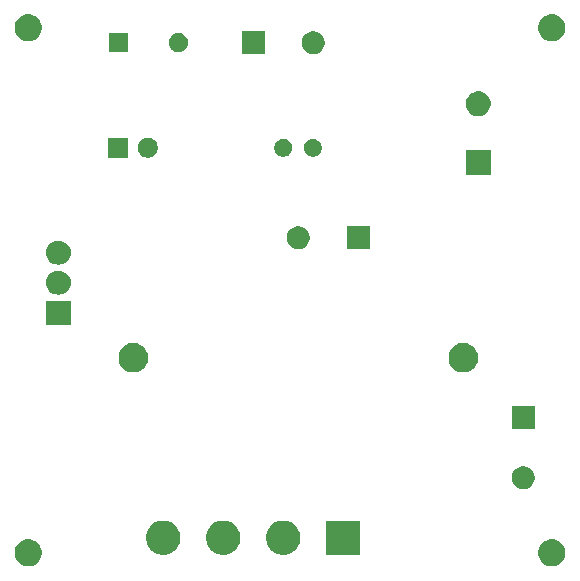
<source format=gbr>
%TF.GenerationSoftware,KiCad,Pcbnew,5.1.5-1.fc31*%
%TF.CreationDate,2020-04-07T08:28:03+02:00*%
%TF.ProjectId,zasilacz,7a617369-6c61-4637-9a2e-6b696361645f,1.0*%
%TF.SameCoordinates,Original*%
%TF.FileFunction,Soldermask,Top*%
%TF.FilePolarity,Negative*%
%FSLAX46Y46*%
G04 Gerber Fmt 4.6, Leading zero omitted, Abs format (unit mm)*
G04 Created by KiCad (PCBNEW 5.1.5-1.fc31) date 2020-04-07 08:28:03*
%MOMM*%
%LPD*%
G04 APERTURE LIST*
%ADD10C,0.150000*%
G04 APERTURE END LIST*
D10*
G36*
X110714549Y-109361116D02*
G01*
X110825734Y-109383232D01*
X111035203Y-109469997D01*
X111223720Y-109595960D01*
X111384040Y-109756280D01*
X111510003Y-109944797D01*
X111596768Y-110154266D01*
X111641000Y-110376636D01*
X111641000Y-110603364D01*
X111596768Y-110825734D01*
X111510003Y-111035203D01*
X111384040Y-111223720D01*
X111223720Y-111384040D01*
X111035203Y-111510003D01*
X110825734Y-111596768D01*
X110714549Y-111618884D01*
X110603365Y-111641000D01*
X110376635Y-111641000D01*
X110265451Y-111618884D01*
X110154266Y-111596768D01*
X109944797Y-111510003D01*
X109756280Y-111384040D01*
X109595960Y-111223720D01*
X109469997Y-111035203D01*
X109383232Y-110825734D01*
X109339000Y-110603364D01*
X109339000Y-110376636D01*
X109383232Y-110154266D01*
X109469997Y-109944797D01*
X109595960Y-109756280D01*
X109756280Y-109595960D01*
X109944797Y-109469997D01*
X110154266Y-109383232D01*
X110265451Y-109361116D01*
X110376635Y-109339000D01*
X110603365Y-109339000D01*
X110714549Y-109361116D01*
G37*
G36*
X155037549Y-109361116D02*
G01*
X155148734Y-109383232D01*
X155358203Y-109469997D01*
X155546720Y-109595960D01*
X155707040Y-109756280D01*
X155833003Y-109944797D01*
X155919768Y-110154266D01*
X155964000Y-110376636D01*
X155964000Y-110603364D01*
X155919768Y-110825734D01*
X155833003Y-111035203D01*
X155707040Y-111223720D01*
X155546720Y-111384040D01*
X155358203Y-111510003D01*
X155148734Y-111596768D01*
X155037549Y-111618884D01*
X154926365Y-111641000D01*
X154699635Y-111641000D01*
X154588451Y-111618884D01*
X154477266Y-111596768D01*
X154267797Y-111510003D01*
X154079280Y-111384040D01*
X153918960Y-111223720D01*
X153792997Y-111035203D01*
X153706232Y-110825734D01*
X153662000Y-110603364D01*
X153662000Y-110376636D01*
X153706232Y-110154266D01*
X153792997Y-109944797D01*
X153918960Y-109756280D01*
X154079280Y-109595960D01*
X154267797Y-109469997D01*
X154477266Y-109383232D01*
X154588451Y-109361116D01*
X154699635Y-109339000D01*
X154926365Y-109339000D01*
X155037549Y-109361116D01*
G37*
G36*
X127423241Y-107824760D02*
G01*
X127687305Y-107934139D01*
X127924958Y-108092934D01*
X128127066Y-108295042D01*
X128285861Y-108532695D01*
X128395240Y-108796759D01*
X128451000Y-109077088D01*
X128451000Y-109362912D01*
X128395240Y-109643241D01*
X128285861Y-109907305D01*
X128127066Y-110144958D01*
X127924958Y-110347066D01*
X127687305Y-110505861D01*
X127423241Y-110615240D01*
X127142912Y-110671000D01*
X126857088Y-110671000D01*
X126576759Y-110615240D01*
X126312695Y-110505861D01*
X126075042Y-110347066D01*
X125872934Y-110144958D01*
X125714139Y-109907305D01*
X125604760Y-109643241D01*
X125549000Y-109362912D01*
X125549000Y-109077088D01*
X125604760Y-108796759D01*
X125714139Y-108532695D01*
X125872934Y-108295042D01*
X126075042Y-108092934D01*
X126312695Y-107934139D01*
X126576759Y-107824760D01*
X126857088Y-107769000D01*
X127142912Y-107769000D01*
X127423241Y-107824760D01*
G37*
G36*
X138611000Y-110671000D02*
G01*
X135709000Y-110671000D01*
X135709000Y-107769000D01*
X138611000Y-107769000D01*
X138611000Y-110671000D01*
G37*
G36*
X122343241Y-107824760D02*
G01*
X122607305Y-107934139D01*
X122844958Y-108092934D01*
X123047066Y-108295042D01*
X123205861Y-108532695D01*
X123315240Y-108796759D01*
X123371000Y-109077088D01*
X123371000Y-109362912D01*
X123315240Y-109643241D01*
X123205861Y-109907305D01*
X123047066Y-110144958D01*
X122844958Y-110347066D01*
X122607305Y-110505861D01*
X122343241Y-110615240D01*
X122062912Y-110671000D01*
X121777088Y-110671000D01*
X121496759Y-110615240D01*
X121232695Y-110505861D01*
X120995042Y-110347066D01*
X120792934Y-110144958D01*
X120634139Y-109907305D01*
X120524760Y-109643241D01*
X120469000Y-109362912D01*
X120469000Y-109077088D01*
X120524760Y-108796759D01*
X120634139Y-108532695D01*
X120792934Y-108295042D01*
X120995042Y-108092934D01*
X121232695Y-107934139D01*
X121496759Y-107824760D01*
X121777088Y-107769000D01*
X122062912Y-107769000D01*
X122343241Y-107824760D01*
G37*
G36*
X132503241Y-107824760D02*
G01*
X132767305Y-107934139D01*
X133004958Y-108092934D01*
X133207066Y-108295042D01*
X133365861Y-108532695D01*
X133475240Y-108796759D01*
X133531000Y-109077088D01*
X133531000Y-109362912D01*
X133475240Y-109643241D01*
X133365861Y-109907305D01*
X133207066Y-110144958D01*
X133004958Y-110347066D01*
X132767305Y-110505861D01*
X132503241Y-110615240D01*
X132222912Y-110671000D01*
X131937088Y-110671000D01*
X131656759Y-110615240D01*
X131392695Y-110505861D01*
X131155042Y-110347066D01*
X130952934Y-110144958D01*
X130794139Y-109907305D01*
X130684760Y-109643241D01*
X130629000Y-109362912D01*
X130629000Y-109077088D01*
X130684760Y-108796759D01*
X130794139Y-108532695D01*
X130952934Y-108295042D01*
X131155042Y-108092934D01*
X131392695Y-107934139D01*
X131656759Y-107824760D01*
X131937088Y-107769000D01*
X132222912Y-107769000D01*
X132503241Y-107824760D01*
G37*
G36*
X152680897Y-103214007D02*
G01*
X152856152Y-103286600D01*
X153013877Y-103391989D01*
X153148011Y-103526123D01*
X153253400Y-103683848D01*
X153325993Y-103859103D01*
X153363000Y-104045153D01*
X153363000Y-104234847D01*
X153325993Y-104420897D01*
X153253400Y-104596152D01*
X153148011Y-104753877D01*
X153013877Y-104888011D01*
X152856152Y-104993400D01*
X152680897Y-105065993D01*
X152494847Y-105103000D01*
X152305153Y-105103000D01*
X152119103Y-105065993D01*
X151943848Y-104993400D01*
X151786123Y-104888011D01*
X151651989Y-104753877D01*
X151546600Y-104596152D01*
X151474007Y-104420897D01*
X151437000Y-104234847D01*
X151437000Y-104045153D01*
X151474007Y-103859103D01*
X151546600Y-103683848D01*
X151651989Y-103526123D01*
X151786123Y-103391989D01*
X151943848Y-103286600D01*
X152119103Y-103214007D01*
X152305153Y-103177000D01*
X152494847Y-103177000D01*
X152680897Y-103214007D01*
G37*
G36*
X153363000Y-100023000D02*
G01*
X151437000Y-100023000D01*
X151437000Y-98097000D01*
X153363000Y-98097000D01*
X153363000Y-100023000D01*
G37*
G36*
X147684903Y-92777075D02*
G01*
X147912571Y-92871378D01*
X148117466Y-93008285D01*
X148291715Y-93182534D01*
X148428622Y-93387429D01*
X148522925Y-93615097D01*
X148571000Y-93856787D01*
X148571000Y-94103213D01*
X148522925Y-94344903D01*
X148428622Y-94572571D01*
X148291715Y-94777466D01*
X148117466Y-94951715D01*
X147912571Y-95088622D01*
X147912570Y-95088623D01*
X147912569Y-95088623D01*
X147684903Y-95182925D01*
X147443214Y-95231000D01*
X147196786Y-95231000D01*
X146955097Y-95182925D01*
X146727431Y-95088623D01*
X146727430Y-95088623D01*
X146727429Y-95088622D01*
X146522534Y-94951715D01*
X146348285Y-94777466D01*
X146211378Y-94572571D01*
X146117075Y-94344903D01*
X146069000Y-94103213D01*
X146069000Y-93856787D01*
X146117075Y-93615097D01*
X146211378Y-93387429D01*
X146348285Y-93182534D01*
X146522534Y-93008285D01*
X146727429Y-92871378D01*
X146955097Y-92777075D01*
X147196786Y-92729000D01*
X147443214Y-92729000D01*
X147684903Y-92777075D01*
G37*
G36*
X119744903Y-92777075D02*
G01*
X119972571Y-92871378D01*
X120177466Y-93008285D01*
X120351715Y-93182534D01*
X120488622Y-93387429D01*
X120582925Y-93615097D01*
X120631000Y-93856787D01*
X120631000Y-94103213D01*
X120582925Y-94344903D01*
X120488622Y-94572571D01*
X120351715Y-94777466D01*
X120177466Y-94951715D01*
X119972571Y-95088622D01*
X119972570Y-95088623D01*
X119972569Y-95088623D01*
X119744903Y-95182925D01*
X119503214Y-95231000D01*
X119256786Y-95231000D01*
X119015097Y-95182925D01*
X118787431Y-95088623D01*
X118787430Y-95088623D01*
X118787429Y-95088622D01*
X118582534Y-94951715D01*
X118408285Y-94777466D01*
X118271378Y-94572571D01*
X118177075Y-94344903D01*
X118129000Y-94103213D01*
X118129000Y-93856787D01*
X118177075Y-93615097D01*
X118271378Y-93387429D01*
X118408285Y-93182534D01*
X118582534Y-93008285D01*
X118787429Y-92871378D01*
X119015097Y-92777075D01*
X119256786Y-92729000D01*
X119503214Y-92729000D01*
X119744903Y-92777075D01*
G37*
G36*
X114081000Y-91173500D02*
G01*
X111979000Y-91173500D01*
X111979000Y-89166500D01*
X114081000Y-89166500D01*
X114081000Y-91173500D01*
G37*
G36*
X113175936Y-86631340D02*
G01*
X113274220Y-86641020D01*
X113463381Y-86698401D01*
X113637712Y-86791583D01*
X113790515Y-86916985D01*
X113915917Y-87069788D01*
X114009099Y-87244119D01*
X114066480Y-87433280D01*
X114085855Y-87630000D01*
X114066480Y-87826720D01*
X114009099Y-88015881D01*
X113915917Y-88190212D01*
X113790515Y-88343015D01*
X113637712Y-88468417D01*
X113463381Y-88561599D01*
X113274220Y-88618980D01*
X113175936Y-88628660D01*
X113126795Y-88633500D01*
X112933205Y-88633500D01*
X112884064Y-88628660D01*
X112785780Y-88618980D01*
X112596619Y-88561599D01*
X112422288Y-88468417D01*
X112269485Y-88343015D01*
X112144083Y-88190212D01*
X112050901Y-88015881D01*
X111993520Y-87826720D01*
X111974145Y-87630000D01*
X111993520Y-87433280D01*
X112050901Y-87244119D01*
X112144083Y-87069788D01*
X112269485Y-86916985D01*
X112422288Y-86791583D01*
X112596619Y-86698401D01*
X112785780Y-86641020D01*
X112884064Y-86631340D01*
X112933205Y-86626500D01*
X113126795Y-86626500D01*
X113175936Y-86631340D01*
G37*
G36*
X113175936Y-84091340D02*
G01*
X113274220Y-84101020D01*
X113463381Y-84158401D01*
X113637712Y-84251583D01*
X113790515Y-84376985D01*
X113915917Y-84529788D01*
X114009099Y-84704119D01*
X114066480Y-84893280D01*
X114085855Y-85090000D01*
X114066480Y-85286720D01*
X114009099Y-85475881D01*
X113915917Y-85650212D01*
X113790515Y-85803015D01*
X113637712Y-85928417D01*
X113463381Y-86021599D01*
X113274220Y-86078980D01*
X113175936Y-86088660D01*
X113126795Y-86093500D01*
X112933205Y-86093500D01*
X112884064Y-86088660D01*
X112785780Y-86078980D01*
X112596619Y-86021599D01*
X112422288Y-85928417D01*
X112269485Y-85803015D01*
X112144083Y-85650212D01*
X112050901Y-85475881D01*
X111993520Y-85286720D01*
X111974145Y-85090000D01*
X111993520Y-84893280D01*
X112050901Y-84704119D01*
X112144083Y-84529788D01*
X112269485Y-84376985D01*
X112422288Y-84251583D01*
X112596619Y-84158401D01*
X112785780Y-84101020D01*
X112884064Y-84091340D01*
X112933205Y-84086500D01*
X113126795Y-84086500D01*
X113175936Y-84091340D01*
G37*
G36*
X139393000Y-84783000D02*
G01*
X137467000Y-84783000D01*
X137467000Y-82857000D01*
X139393000Y-82857000D01*
X139393000Y-84783000D01*
G37*
G36*
X133630897Y-82894007D02*
G01*
X133806152Y-82966600D01*
X133963877Y-83071989D01*
X134098011Y-83206123D01*
X134203400Y-83363848D01*
X134275993Y-83539103D01*
X134313000Y-83725153D01*
X134313000Y-83914847D01*
X134275993Y-84100897D01*
X134203400Y-84276152D01*
X134098011Y-84433877D01*
X133963877Y-84568011D01*
X133806152Y-84673400D01*
X133630897Y-84745993D01*
X133444847Y-84783000D01*
X133255153Y-84783000D01*
X133069103Y-84745993D01*
X132893848Y-84673400D01*
X132736123Y-84568011D01*
X132601989Y-84433877D01*
X132496600Y-84276152D01*
X132424007Y-84100897D01*
X132387000Y-83914847D01*
X132387000Y-83725153D01*
X132424007Y-83539103D01*
X132496600Y-83363848D01*
X132601989Y-83206123D01*
X132736123Y-83071989D01*
X132893848Y-82966600D01*
X133069103Y-82894007D01*
X133255153Y-82857000D01*
X133444847Y-82857000D01*
X133630897Y-82894007D01*
G37*
G36*
X149641000Y-78521000D02*
G01*
X147539000Y-78521000D01*
X147539000Y-76419000D01*
X149641000Y-76419000D01*
X149641000Y-78521000D01*
G37*
G36*
X120858228Y-75381703D02*
G01*
X121013100Y-75445853D01*
X121152481Y-75538985D01*
X121271015Y-75657519D01*
X121364147Y-75796900D01*
X121428297Y-75951772D01*
X121461000Y-76116184D01*
X121461000Y-76283816D01*
X121428297Y-76448228D01*
X121364147Y-76603100D01*
X121271015Y-76742481D01*
X121152481Y-76861015D01*
X121013100Y-76954147D01*
X120858228Y-77018297D01*
X120693816Y-77051000D01*
X120526184Y-77051000D01*
X120361772Y-77018297D01*
X120206900Y-76954147D01*
X120067519Y-76861015D01*
X119948985Y-76742481D01*
X119855853Y-76603100D01*
X119791703Y-76448228D01*
X119759000Y-76283816D01*
X119759000Y-76116184D01*
X119791703Y-75951772D01*
X119855853Y-75796900D01*
X119948985Y-75657519D01*
X120067519Y-75538985D01*
X120206900Y-75445853D01*
X120361772Y-75381703D01*
X120526184Y-75349000D01*
X120693816Y-75349000D01*
X120858228Y-75381703D01*
G37*
G36*
X118961000Y-77051000D02*
G01*
X117259000Y-77051000D01*
X117259000Y-75349000D01*
X118961000Y-75349000D01*
X118961000Y-77051000D01*
G37*
G36*
X132299059Y-75477860D02*
G01*
X132435732Y-75534472D01*
X132558735Y-75616660D01*
X132663340Y-75721265D01*
X132745528Y-75844268D01*
X132802140Y-75980941D01*
X132831000Y-76126033D01*
X132831000Y-76273967D01*
X132802140Y-76419059D01*
X132745528Y-76555732D01*
X132663340Y-76678735D01*
X132558735Y-76783340D01*
X132435732Y-76865528D01*
X132435731Y-76865529D01*
X132435730Y-76865529D01*
X132299059Y-76922140D01*
X132153968Y-76951000D01*
X132006032Y-76951000D01*
X131860941Y-76922140D01*
X131724270Y-76865529D01*
X131724269Y-76865529D01*
X131724268Y-76865528D01*
X131601265Y-76783340D01*
X131496660Y-76678735D01*
X131414472Y-76555732D01*
X131357860Y-76419059D01*
X131329000Y-76273967D01*
X131329000Y-76126033D01*
X131357860Y-75980941D01*
X131414472Y-75844268D01*
X131496660Y-75721265D01*
X131601265Y-75616660D01*
X131724268Y-75534472D01*
X131860941Y-75477860D01*
X132006032Y-75449000D01*
X132153968Y-75449000D01*
X132299059Y-75477860D01*
G37*
G36*
X134799059Y-75477860D02*
G01*
X134935732Y-75534472D01*
X135058735Y-75616660D01*
X135163340Y-75721265D01*
X135245528Y-75844268D01*
X135302140Y-75980941D01*
X135331000Y-76126033D01*
X135331000Y-76273967D01*
X135302140Y-76419059D01*
X135245528Y-76555732D01*
X135163340Y-76678735D01*
X135058735Y-76783340D01*
X134935732Y-76865528D01*
X134935731Y-76865529D01*
X134935730Y-76865529D01*
X134799059Y-76922140D01*
X134653968Y-76951000D01*
X134506032Y-76951000D01*
X134360941Y-76922140D01*
X134224270Y-76865529D01*
X134224269Y-76865529D01*
X134224268Y-76865528D01*
X134101265Y-76783340D01*
X133996660Y-76678735D01*
X133914472Y-76555732D01*
X133857860Y-76419059D01*
X133829000Y-76273967D01*
X133829000Y-76126033D01*
X133857860Y-75980941D01*
X133914472Y-75844268D01*
X133996660Y-75721265D01*
X134101265Y-75616660D01*
X134224268Y-75534472D01*
X134360941Y-75477860D01*
X134506032Y-75449000D01*
X134653968Y-75449000D01*
X134799059Y-75477860D01*
G37*
G36*
X148896564Y-71459389D02*
G01*
X149087833Y-71538615D01*
X149087835Y-71538616D01*
X149259973Y-71653635D01*
X149406365Y-71800027D01*
X149521385Y-71972167D01*
X149600611Y-72163436D01*
X149641000Y-72366484D01*
X149641000Y-72573516D01*
X149600611Y-72776564D01*
X149521385Y-72967833D01*
X149521384Y-72967835D01*
X149406365Y-73139973D01*
X149259973Y-73286365D01*
X149087835Y-73401384D01*
X149087834Y-73401385D01*
X149087833Y-73401385D01*
X148896564Y-73480611D01*
X148693516Y-73521000D01*
X148486484Y-73521000D01*
X148283436Y-73480611D01*
X148092167Y-73401385D01*
X148092166Y-73401385D01*
X148092165Y-73401384D01*
X147920027Y-73286365D01*
X147773635Y-73139973D01*
X147658616Y-72967835D01*
X147658615Y-72967833D01*
X147579389Y-72776564D01*
X147539000Y-72573516D01*
X147539000Y-72366484D01*
X147579389Y-72163436D01*
X147658615Y-71972167D01*
X147773635Y-71800027D01*
X147920027Y-71653635D01*
X148092165Y-71538616D01*
X148092167Y-71538615D01*
X148283436Y-71459389D01*
X148486484Y-71419000D01*
X148693516Y-71419000D01*
X148896564Y-71459389D01*
G37*
G36*
X134900897Y-66384007D02*
G01*
X135076152Y-66456600D01*
X135233877Y-66561989D01*
X135368011Y-66696123D01*
X135473400Y-66853848D01*
X135545993Y-67029103D01*
X135583000Y-67215153D01*
X135583000Y-67404847D01*
X135545993Y-67590897D01*
X135473400Y-67766152D01*
X135368011Y-67923877D01*
X135233877Y-68058011D01*
X135076152Y-68163400D01*
X134900897Y-68235993D01*
X134714847Y-68273000D01*
X134525153Y-68273000D01*
X134339103Y-68235993D01*
X134163848Y-68163400D01*
X134006123Y-68058011D01*
X133871989Y-67923877D01*
X133766600Y-67766152D01*
X133694007Y-67590897D01*
X133657000Y-67404847D01*
X133657000Y-67215153D01*
X133694007Y-67029103D01*
X133766600Y-66853848D01*
X133871989Y-66696123D01*
X134006123Y-66561989D01*
X134163848Y-66456600D01*
X134339103Y-66384007D01*
X134525153Y-66347000D01*
X134714847Y-66347000D01*
X134900897Y-66384007D01*
G37*
G36*
X130503000Y-68273000D02*
G01*
X128577000Y-68273000D01*
X128577000Y-66347000D01*
X130503000Y-66347000D01*
X130503000Y-68273000D01*
G37*
G36*
X118923000Y-68123000D02*
G01*
X117297000Y-68123000D01*
X117297000Y-66497000D01*
X118923000Y-66497000D01*
X118923000Y-68123000D01*
G37*
G36*
X123427142Y-66528242D02*
G01*
X123575101Y-66589529D01*
X123708255Y-66678499D01*
X123821501Y-66791745D01*
X123910471Y-66924899D01*
X123971758Y-67072858D01*
X124003000Y-67229925D01*
X124003000Y-67390075D01*
X123971758Y-67547142D01*
X123910471Y-67695101D01*
X123821501Y-67828255D01*
X123708255Y-67941501D01*
X123575101Y-68030471D01*
X123427142Y-68091758D01*
X123270075Y-68123000D01*
X123109925Y-68123000D01*
X122952858Y-68091758D01*
X122804899Y-68030471D01*
X122671745Y-67941501D01*
X122558499Y-67828255D01*
X122469529Y-67695101D01*
X122408242Y-67547142D01*
X122377000Y-67390075D01*
X122377000Y-67229925D01*
X122408242Y-67072858D01*
X122469529Y-66924899D01*
X122558499Y-66791745D01*
X122671745Y-66678499D01*
X122804899Y-66589529D01*
X122952858Y-66528242D01*
X123109925Y-66497000D01*
X123270075Y-66497000D01*
X123427142Y-66528242D01*
G37*
G36*
X155037549Y-64911116D02*
G01*
X155148734Y-64933232D01*
X155358203Y-65019997D01*
X155546720Y-65145960D01*
X155707040Y-65306280D01*
X155833003Y-65494797D01*
X155919768Y-65704266D01*
X155964000Y-65926636D01*
X155964000Y-66153364D01*
X155919768Y-66375734D01*
X155833003Y-66585203D01*
X155707040Y-66773720D01*
X155546720Y-66934040D01*
X155358203Y-67060003D01*
X155358202Y-67060004D01*
X155358201Y-67060004D01*
X155296850Y-67085416D01*
X155148734Y-67146768D01*
X155037549Y-67168884D01*
X154926365Y-67191000D01*
X154699635Y-67191000D01*
X154588451Y-67168884D01*
X154477266Y-67146768D01*
X154329150Y-67085416D01*
X154267799Y-67060004D01*
X154267798Y-67060004D01*
X154267797Y-67060003D01*
X154079280Y-66934040D01*
X153918960Y-66773720D01*
X153792997Y-66585203D01*
X153706232Y-66375734D01*
X153662000Y-66153364D01*
X153662000Y-65926636D01*
X153706232Y-65704266D01*
X153792997Y-65494797D01*
X153918960Y-65306280D01*
X154079280Y-65145960D01*
X154267797Y-65019997D01*
X154477266Y-64933232D01*
X154588451Y-64911116D01*
X154699635Y-64889000D01*
X154926365Y-64889000D01*
X155037549Y-64911116D01*
G37*
G36*
X110714549Y-64911116D02*
G01*
X110825734Y-64933232D01*
X111035203Y-65019997D01*
X111223720Y-65145960D01*
X111384040Y-65306280D01*
X111510003Y-65494797D01*
X111596768Y-65704266D01*
X111641000Y-65926636D01*
X111641000Y-66153364D01*
X111596768Y-66375734D01*
X111510003Y-66585203D01*
X111384040Y-66773720D01*
X111223720Y-66934040D01*
X111035203Y-67060003D01*
X111035202Y-67060004D01*
X111035201Y-67060004D01*
X110973850Y-67085416D01*
X110825734Y-67146768D01*
X110714549Y-67168884D01*
X110603365Y-67191000D01*
X110376635Y-67191000D01*
X110265451Y-67168884D01*
X110154266Y-67146768D01*
X110006150Y-67085416D01*
X109944799Y-67060004D01*
X109944798Y-67060004D01*
X109944797Y-67060003D01*
X109756280Y-66934040D01*
X109595960Y-66773720D01*
X109469997Y-66585203D01*
X109383232Y-66375734D01*
X109339000Y-66153364D01*
X109339000Y-65926636D01*
X109383232Y-65704266D01*
X109469997Y-65494797D01*
X109595960Y-65306280D01*
X109756280Y-65145960D01*
X109944797Y-65019997D01*
X110154266Y-64933232D01*
X110265451Y-64911116D01*
X110376635Y-64889000D01*
X110603365Y-64889000D01*
X110714549Y-64911116D01*
G37*
M02*

</source>
